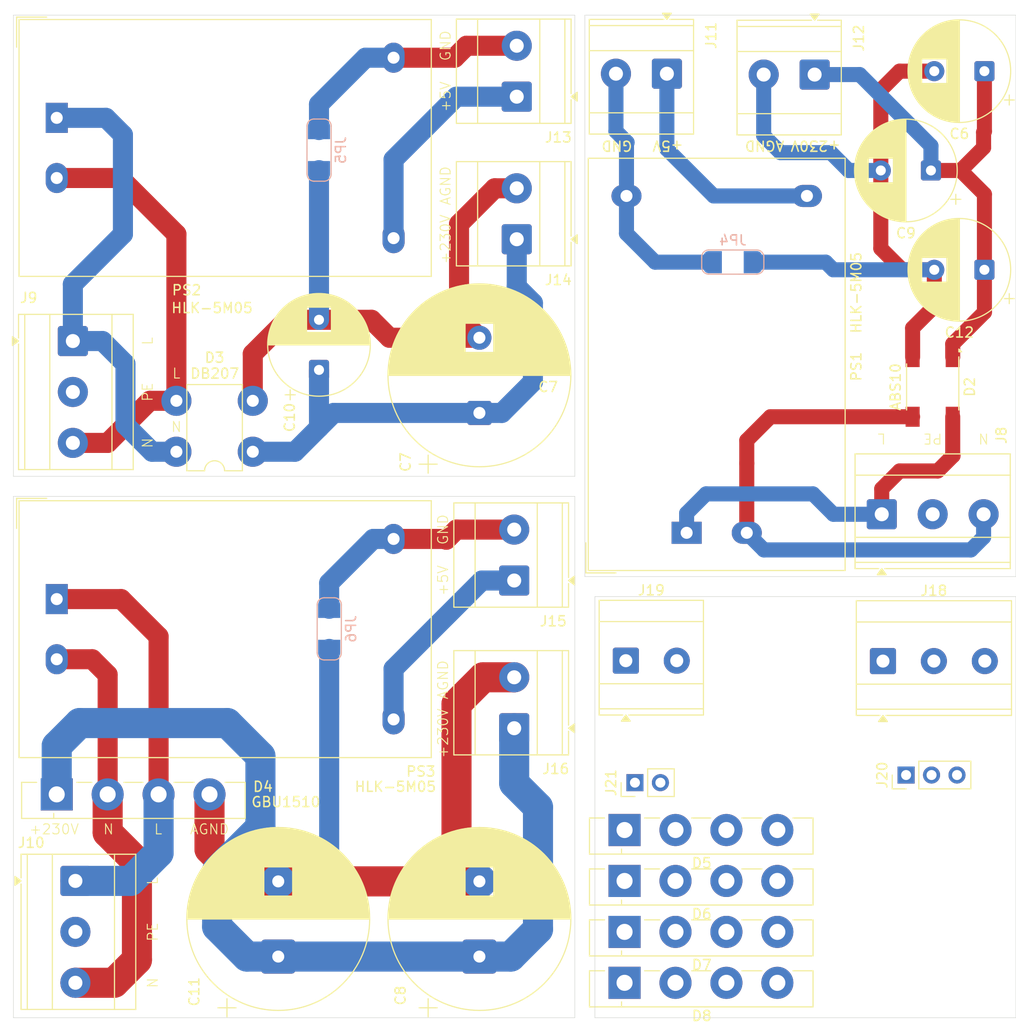
<source format=kicad_pcb>
(kicad_pcb (version 20241229) (generator "pcbnew") (generator_version "9.0")
  (layers (0 "F.Cu" signal) (2 "B.Cu" signal) (13 "F.Paste" user) (15 "B.Paste" user) (5 "F.SilkS" user "F.Silkscreen") (7 "B.SilkS" user "B.Silkscreen") (1 "F.Mask" user) (3 "B.Mask" user) (25 "Edge.Cuts" user))
  (net 0 "")
  (net 1 "/High Voltage/DC1+230V")
  (net 2 "/High Voltage/DC1-230V")
  (net 3 "/High Voltage/DC2-230V")
  (net 4 "/High Voltage/DC2+230V")
  (net 5 "/High Voltage/DC3+230V")
  (net 6 "/High Voltage/DC3-230V")
  (net 7 "/High Voltage/N1")
  (net 8 "/High Voltage/L1")
  (net 9 "/High Voltage/L2")
  (net 10 "/High Voltage/N2")
  (net 11 "/High Voltage/L3")
  (net 12 "/High Voltage/N3")
  (net 13 "/High Voltage/PE1")
  (net 14 "/High Voltage/PE2")
  (net 15 "/High Voltage/PE3")
  (net 16 "/High Voltage/DC1+5V")
  (net 17 "/High Voltage/DC1-GND")
  (net 18 "/High Voltage/DC2+5V")
  (net 19 "/High Voltage/DC2-GND")
  (net 20 "/High Voltage/DC3-GND")
  (net 21 "/High Voltage/DC3+5V")
  (net 22 "Net-(J18-Pin_2)")
  (net 23 "Net-(J18-Pin_3)")
  (net 24 "Net-(J18-Pin_1)")
  (net 25 "Net-(J19-Pin_2)")
  (net 26 "Net-(J19-Pin_1)")
  (footprint "Converter_ACDC:Converter_ACDC_Hi-Link_HLK-5Mxx" (layer "F.Cu") (at 54.3195 50.2455)
    (property "Reference" "PS2" (at 12.9525 17.1865 0) (layer "F.SilkS"))
    (property "Value" "HLK-5M05" (at 15.4925 18.9645 0) (layer "F.SilkS"))
    (pad "1" thru_hole rect (at 0 0) (size 2.2 3) (drill 1.2) (layers "*.Cu" "*.Mask") (net 9 "/High Voltage/L2"))
    (pad "2" thru_hole oval (at 0 6) (size 2.2 3) (drill 1.2) (layers "*.Cu" "*.Mask") (net 10 "/High Voltage/N2"))
    (pad "3" thru_hole oval (at 33.6 -6) (size 2.2 3) (drill 1.2) (layers "*.Cu" "*.Mask") (net 19 "/High Voltage/DC2-GND"))
    (pad "4" thru_hole oval (at 33.6 12) (size 2.2 3) (drill 1.2) (layers "*.Cu" "*.Mask") (net 18 "/High Voltage/DC2+5V"))
  )
  (footprint "TerminalBlock_Phoenix:TerminalBlock_Phoenix_MKDS-3-2-5.08_1x02_P5.08mm_Horizontal" (layer "F.Cu") (at 115.182 45.842 180)
    (property "Reference" "J11" (at -4.414 3.81 90) (layer "F.SilkS"))
    (property "Value" "DC-Output-5V")
    (pad "1" thru_hole roundrect (at 0 0 180) (size 3 3) (drill 1.4) (layers "*.Cu" "*.Mask") (roundrect_rratio 0.096154) (net 16 "/High Voltage/DC1+5V"))
    (pad "2" thru_hole circle (at 5.08 0 180) (size 3 3) (drill 1.4) (layers "*.Cu" "*.Mask") (net 17 "/High Voltage/DC1-GND"))
  )
  (footprint "Connector_PinHeader_2.54mm:PinHeader_1x03_P2.54mm_Vertical" (layer "F.Cu") (at 139.042 115.794 90)
    (property "Reference" "J20" (at 0 -2.38 90) (layer "F.SilkS"))
    (property "Value" "PinHeader")
    (pad "1" thru_hole rect (at 0 0 90) (size 1.7 1.7) (drill 1) (layers "*.Cu" "*.Mask") (net 24 "Net-(J18-Pin_1)"))
    (pad "2" thru_hole circle (at 0 2.54 90) (size 1.7 1.7) (drill 1) (layers "*.Cu" "*.Mask") (net 22 "Net-(J18-Pin_2)"))
    (pad "3" thru_hole circle (at 0 5.08 90) (size 1.7 1.7) (drill 1) (layers "*.Cu" "*.Mask") (net 23 "Net-(J18-Pin_3)"))
  )
  (footprint "Diode_THT:Diode_Bridge_Vishay_GBU" (layer "F.Cu") (at 110.96 121.28)
    (property "Reference" "D5" (at 7.7 3.3 180) (layer "F.SilkS"))
    (property "Value" "GBU1510")
    (pad "1" thru_hole rect (at 0 0) (size 3.2 3.2) (drill 1.6) (layers "*.Cu" "*.Mask"))
    (pad "2" thru_hole circle (at 5.08 0) (size 3.2 3.2) (drill 1.6) (layers "*.Cu" "*.Mask"))
    (pad "3" thru_hole circle (at 10.16 0) (size 3.2 3.2) (drill 1.6) (layers "*.Cu" "*.Mask"))
    (pad "4" thru_hole circle (at 15.24 0) (size 3.2 3.2) (drill 1.6) (layers "*.Cu" "*.Mask"))
  )
  (footprint "TerminalBlock_Phoenix:TerminalBlock_Phoenix_MKDS-3-3-5.08_1x03_P5.08mm_Horizontal" (layer "F.Cu") (at 136.614 89.784)
    (property "Reference" "J8" (at 11.938 -7.874 90) (layer "F.SilkS"))
    (property "Value" "AC-Input-230V")
    (pad "1" thru_hole roundrect (at 0 0) (size 3 3) (drill 1.4) (layers "*.Cu" "*.Mask") (roundrect_rratio 0.096154) (net 8 "/High Voltage/L1"))
    (pad "2" thru_hole circle (at 5.08 0) (size 3 3) (drill 1.4) (layers "*.Cu" "*.Mask") (net 13 "/High Voltage/PE1"))
    (pad "3" thru_hole circle (at 10.16 0) (size 3 3) (drill 1.4) (layers "*.Cu" "*.Mask") (net 7 "/High Voltage/N1"))
  )
  (footprint "TerminalBlock_Phoenix:TerminalBlock_Phoenix_MKDS-3-3-5.08_1x03_P5.08mm_Horizontal" (layer "F.Cu") (at 55.9285 72.507 -90)
    (property "Reference" "J9" (at -4.313 4.4045 180) (layer "F.SilkS"))
    (property "Value" "AC-Input-230V")
    (pad "1" thru_hole roundrect (at 0 0 270) (size 3 3) (drill 1.4) (layers "*.Cu" "*.Mask") (roundrect_rratio 0.096154) (net 9 "/High Voltage/L2"))
    (pad "2" thru_hole circle (at 5.08 0 270) (size 3 3) (drill 1.4) (layers "*.Cu" "*.Mask") (net 14 "/High Voltage/PE2"))
    (pad "3" thru_hole circle (at 10.16 0 270) (size 3 3) (drill 1.4) (layers "*.Cu" "*.Mask") (net 10 "/High Voltage/N2"))
  )
  (footprint "Capacitor_THT:CP_Radial_D10.0mm_P5.00mm" (layer "F.Cu") (at 146.855677 45.588 180)
    (property "Reference" "C6" (at 2.5 -6.25 0) (layer "F.SilkS"))
    (property "Value" "6.8uF")
    (pad "1" thru_hole roundrect (at 0 0 180) (size 2 2) (drill 1) (layers "*.Cu" "*.Mask") (roundrect_rratio 0.125) (net 1 "/High Voltage/DC1+230V"))
    (pad "2" thru_hole circle (at 5 0 180) (size 2 2) (drill 1) (layers "*.Cu" "*.Mask") (net 2 "/High Voltage/DC1-230V"))
  )
  (footprint "TerminalBlock_Phoenix:TerminalBlock_Phoenix_MKDS-3-2-5.08_1x02_P5.08mm_Horizontal" (layer "F.Cu") (at 111.087 104.389)
    (property "Reference" "J19" (at 2.54 -7.02 0) (layer "F.SilkS"))
    (property "Value" "TerminalBlock")
    (pad "1" thru_hole roundrect (at 0 0) (size 2.6 2.6) (drill 1.3) (layers "*.Cu" "*.Mask") (roundrect_rratio 0.096154) (net 26 "Net-(J19-Pin_1)"))
    (pad "2" thru_hole circle (at 5.08 0) (size 2.6 2.6) (drill 1.3) (layers "*.Cu" "*.Mask") (net 25 "Net-(J19-Pin_2)"))
  )
  (footprint "Diode_THT:Diode_Bridge_Vishay_GBU" (layer "F.Cu") (at 54.318 117.724)
    (property "Reference" "D4" (at 20.574 -0.762 0) (layer "F.SilkS"))
    (property "Value" "GBU1510" (at 22.86 0.762 0) (layer "F.SilkS"))
    (pad "1" thru_hole rect (at 0 0) (size 3.2 3.2) (drill 1.6) (layers "*.Cu" "*.Mask") (net 5 "/High Voltage/DC3+230V"))
    (pad "2" thru_hole circle (at 5.08 0) (size 3.2 3.2) (drill 1.6) (layers "*.Cu" "*.Mask") (net 12 "/High Voltage/N3"))
    (pad "3" thru_hole circle (at 10.16 0) (size 3.2 3.2) (drill 1.6) (layers "*.Cu" "*.Mask") (net 11 "/High Voltage/L3"))
    (pad "4" thru_hole circle (at 15.24 0) (size 3.2 3.2) (drill 1.6) (layers "*.Cu" "*.Mask") (net 6 "/High Voltage/DC3-230V"))
  )
  (footprint "Capacitor_THT:CP_Radial_D18.0mm_P7.50mm" (layer "F.Cu") (at 96.482 79.67778 90)
    (property "Reference" "C7" (at 2.59378 6.858 180) (layer "F.SilkS"))
    (property "Value" "100uF")
    (fp_text user "${REFERENCE}" (at -4.89922 -7.366 90) (layer "F.SilkS"))
    (pad "1" thru_hole roundrect (at 0 0 90) (size 2.4 2.4) (drill 1.2) (layers "*.Cu" "*.Mask") (roundrect_rratio 0.104167) (net 4 "/High Voltage/DC2+230V"))
    (pad "2" thru_hole circle (at 7.5 0 90) (size 2.4 2.4) (drill 1.2) (layers "*.Cu" "*.Mask") (net 3 "/High Voltage/DC2-230V"))
  )
  (footprint "Converter_ACDC:Converter_ACDC_Hi-Link_HLK-5Mxx" (layer "F.Cu") (at 54.3195 98.2455)
    (property "Reference" "PS3" (at 36.3205 17.1925 0) (layer "F.SilkS"))
    (property "Value" "HLK-5M05" (at 33.7805 18.7165 0) (layer "F.SilkS"))
    (pad "1" thru_hole rect (at 0 0) (size 2.2 3) (drill 1.2) (layers "*.Cu" "*.Mask") (net 11 "/High Voltage/L3"))
    (pad "2" thru_hole oval (at 0 6) (size 2.2 3) (drill 1.2) (layers "*.Cu" "*.Mask") (net 12 "/High Voltage/N3"))
    (pad "3" thru_hole oval (at 33.6 -6) (size 2.2 3) (drill 1.2) (layers "*.Cu" "*.Mask") (net 20 "/High Voltage/DC3-GND"))
    (pad "4" thru_hole oval (at 33.6 12) (size 2.2 3) (drill 1.2) (layers "*.Cu" "*.Mask") (net 21 "/High Voltage/DC3+5V"))
  )
  (footprint "Diode_THT:Diode_Bridge_Vishay_GBU" (layer "F.Cu") (at 110.96 131.44)
    (property "Reference" "D7" (at 7.7 3.3 180) (layer "F.SilkS"))
    (property "Value" "GBU1510")
    (pad "1" thru_hole rect (at 0 0) (size 3.2 3.2) (drill 1.6) (layers "*.Cu" "*.Mask"))
    (pad "2" thru_hole circle (at 5.08 0) (size 3.2 3.2) (drill 1.6) (layers "*.Cu" "*.Mask"))
    (pad "3" thru_hole circle (at 10.16 0) (size 3.2 3.2) (drill 1.6) (layers "*.Cu" "*.Mask"))
    (pad "4" thru_hole circle (at 15.24 0) (size 3.2 3.2) (drill 1.6) (layers "*.Cu" "*.Mask"))
  )
  (footprint "Diode_THT:Diode_Bridge_Vishay_GBU" (layer "F.Cu") (at 110.96 136.52)
    (property "Reference" "D8" (at 7.7 3.3 180) (layer "F.SilkS"))
    (property "Value" "GBU1510")
    (pad "1" thru_hole rect (at 0 0) (size 3.2 3.2) (drill 1.6) (layers "*.Cu" "*.Mask"))
    (pad "2" thru_hole circle (at 5.08 0) (size 3.2 3.2) (drill 1.6) (layers "*.Cu" "*.Mask"))
    (pad "3" thru_hole circle (at 10.16 0) (size 3.2 3.2) (drill 1.6) (layers "*.Cu" "*.Mask"))
    (pad "4" thru_hole circle (at 15.24 0) (size 3.2 3.2) (drill 1.6) (layers "*.Cu" "*.Mask"))
  )
  (footprint "Capacitor_THT:CP_Radial_D18.0mm_P7.50mm" (layer "F.Cu") (at 76.416 133.90178 90)
    (property "Reference" "C11" (at -3.50722 -8.382 90) (layer "F.SilkS"))
    (property "Value" "100uF")
    (pad "1" thru_hole roundrect (at 0 0 90) (size 3.4 3.4) (drill 1.2) (layers "*.Cu" "*.Mask") (roundrect_rratio 0.104167) (net 5 "/High Voltage/DC3+230V"))
    (pad "2" thru_hole circle (at 7.5 0 90) (size 3.4 3.4) (drill 1.2) (layers "*.Cu" "*.Mask") (net 6 "/High Voltage/DC3-230V"))
  )
  (footprint "TerminalBlock_Phoenix:TerminalBlock_Phoenix_MKDS-3-3-5.08_1x03_P5.08mm_Horizontal" (layer "F.Cu") (at 136.736 104.4295)
    (property "Reference" "J18" (at 5.08 -7.02 0) (layer "F.SilkS"))
    (property "Value" "TerminalBlock")
    (pad "1" thru_hole roundrect (at 0 0) (size 2.6 2.6) (drill 1.3) (layers "*.Cu" "*.Mask") (roundrect_rratio 0.096154) (net 24 "Net-(J18-Pin_1)"))
    (pad "2" thru_hole circle (at 5.08 0) (size 2.6 2.6) (drill 1.3) (layers "*.Cu" "*.Mask") (net 22 "Net-(J18-Pin_2)"))
    (pad "3" thru_hole circle (at 10.16 0) (size 2.6 2.6) (drill 1.3) (layers "*.Cu" "*.Mask") (net 23 "Net-(J18-Pin_3)"))
  )
  (footprint "TerminalBlock_Phoenix:TerminalBlock_Phoenix_MKDS-3-2-5.08_1x02_P5.08mm_Horizontal" (layer "F.Cu") (at 99.9515 96.393 90)
    (property "Reference" "J15" (at -4.059 3.8965 180) (layer "F.SilkS"))
    (property "Value" "DC-Output-5V")
    (pad "1" thru_hole roundrect (at 0 0 90) (size 3 3) (drill 1.4) (layers "*.Cu" "*.Mask") (roundrect_rratio 0.096154) (net 21 "/High Voltage/DC3+5V"))
    (pad "2" thru_hole circle (at 5.08 0 90) (size 3 3) (drill 1.4) (layers "*.Cu" "*.Mask") (net 20 "/High Voltage/DC3-GND"))
  )
  (footprint "Diode_SMD:Diode_Bridge_Diotec_ABS" (layer "F.Cu") (at 141.694 77.084 -90)
    (property "Reference" "D2" (at 0 -3.7 90) (layer "F.SilkS"))
    (property "Value" "ABS10" (at 0 3.7 90) (layer "F.SilkS"))
    (pad "1" smd rect (at -2.975 -2 270) (size 2 1.4) (layers "F.Cu" "F.Mask" "F.Paste") (net 1 "/High Voltage/DC1+230V"))
    (pad "2" smd rect (at -2.975 2 270) (size 2 1.4) (layers "F.Cu" "F.Mask" "F.Paste") (net 2 "/High Voltage/DC1-230V"))
    (pad "3" smd rect (at 2.975 2 270) (size 2 1.4) (layers "F.Cu" "F.Mask" "F.Paste") (net 7 "/High Voltage/N1"))
    (pad "4" smd rect (at 2.975 -2 270) (size 2 1.4) (layers "F.Cu" "F.Mask" "F.Paste") (net 8 "/High Voltage/L1"))
  )
  (footprint "Capacitor_THT:CP_Radial_D18.0mm_P7.50mm" (layer "F.Cu") (at 96.482 133.90178 90)
    (property "Reference" "C8" (at -3.88822 -7.874 90) (layer "F.SilkS"))
    (property "Value" "100uF")
    (pad "1" thru_hole roundrect (at 0 0 90) (size 3.4 3.4) (drill 1.2) (layers "*.Cu" "*.Mask") (roundrect_rratio 0.104167) (net 5 "/High Voltage/DC3+230V"))
    (pad "2" thru_hole circle (at 7.5 0 90) (size 3.4 3.4) (drill 1.2) (layers "*.Cu" "*.Mask") (net 6 "/High Voltage/DC3-230V"))
  )
  (footprint "TerminalBlock_Phoenix:TerminalBlock_Phoenix_MKDS-3-2-5.08_1x02_P5.08mm_Horizontal" (layer "F.Cu") (at 129.919 45.9285 180)
    (property "Reference" "J12" (at -4.409 3.6425 90) (layer "F.SilkS"))
    (property "Value" "DC-Output-230V")
    (pad "1" thru_hole roundrect (at 0 0 180) (size 3 3) (drill 1.4) (layers "*.Cu" "*.Mask") (roundrect_rratio 0.096154) (net 1 "/High Voltage/DC1+230V"))
    (pad "2" thru_hole circle (at 5.08 0 180) (size 3 3) (drill 1.4) (layers "*.Cu" "*.Mask") (net 2 "/High Voltage/DC1-230V"))
  )
  (footprint "TerminalBlock_Phoenix:TerminalBlock_Phoenix_MKDS-3-2-5.08_1x02_P5.08mm_Horizontal" (layer "F.Cu") (at 99.9515 111.125 90)
    (property "Reference" "J16" (at -4.059 4.1505 180) (layer "F.SilkS"))
    (property "Value" "DC-Output-230V")
    (pad "1" thru_hole roundrect (at 0 0 90) (size 3 3) (drill 1.4) (layers "*.Cu" "*.Mask") (roundrect_rratio 0.096154) (net 5 "/High Voltage/DC3+230V"))
    (pad "2" thru_hole circle (at 5.08 0 90) (size 3 3) (drill 1.4) (layers "*.Cu" "*.Mask") (net 6 "/High Voltage/DC3-230V"))
  )
  (footprint "TerminalBlock_Phoenix:TerminalBlock_Phoenix_MKDS-3-2-5.08_1x02_P5.08mm_Horizontal" (layer "F.Cu") (at 100.2055 48.133 90)
    (property "Reference" "J13" (at -4.059 4.1505 180) (layer "F.SilkS"))
    (property "Value" "DC-Output-5V")
    (pad "1" thru_hole roundrect (at 0 0 90) (size 3 3) (drill 1.4) (layers "*.Cu" "*.Mask") (roundrect_rratio 0.096154) (net 18 "/High Voltage/DC2+5V"))
    (pad "2" thru_hole circle (at 5.08 0 90) (size 3 3) (drill 1.4) (layers "*.Cu" "*.Mask") (net 19 "/High Voltage/DC2-GND"))
  )
  (footprint "Capacitor_THT:CP_Radial_D10.0mm_P5.00mm" (layer "F.Cu") (at 146.855677 65.4 180)
    (property "Reference" "C12" (at 2.5 -6.25 0) (layer "F.SilkS"))
    (property "Value" "6.8uF")
    (pad "1" thru_hole roundrect (at 0 0 180) (size 2 2) (drill 1) (layers "*.Cu" "*.Mask") (roundrect_rratio 0.125) (net 1 "/High Voltage/DC1+230V"))
    (pad "2" thru_hole circle (at 5 0 180) (size 2 2) (drill 1) (layers "*.Cu" "*.Mask") (net 2 "/High Voltage/DC1-230V"))
  )
  (footprint "Connector_PinHeader_2.54mm:PinHeader_1x02_P2.54mm_Vertical" (layer "F.Cu") (at 111.996 116.556 90)
    (property "Reference" "J21" (at 0 -2.38 90) (layer "F.SilkS"))
    (property "Value" "PinHeader")
    (pad "1" thru_hole rect (at 0 0 90) (size 1.7 1.7) (drill 1) (layers "*.Cu" "*.Mask") (net 26 "Net-(J19-Pin_1)"))
    (pad "2" thru_hole circle (at 0 2.54 90) (size 1.7 1.7) (drill 1) (layers "*.Cu" "*.Mask") (net 25 "Net-(J19-Pin_2)"))
  )
  (footprint "Diode_THT:Diode_Bridge_DIP-4_W7.62mm_P5.08mm" (layer "F.Cu") (at 73.876 83.548 180)
    (property "Reference" "D3" (at 3.81 9.385 0) (layer "F.SilkS"))
    (property "Value" "DB207" (at 3.8 7.8 0) (layer "F.SilkS"))
    (pad "1" thru_hole oval (at 0 0 180) (size 3 3) (drill 1.2) (layers "*.Cu" "*.Mask") (net 4 "/High Voltage/DC2+230V"))
    (pad "2" thru_hole oval (at 0 5.08 180) (size 3 3) (drill 1.2) (layers "*.Cu" "*.Mask") (net 3 "/High Voltage/DC2-230V"))
    (pad "3" thru_hole oval (at 7.62 5.08 180) (size 3 3) (drill 1.2) (layers "*.Cu" "*.Mask") (net 10 "/High Voltage/N2"))
    (pad "4" thru_hole oval (at 7.62 0 180) (size 3 3) (drill 1.2) (layers "*.Cu" "*.Mask") (net 9 "/High Voltage/L2"))
  )
  (footprint "Capacitor_THT:CP_Radial_D10.0mm_P5.00mm" (layer "F.Cu") (at 80.48 75.387677 90)
    (property "Reference" "C10" (at -4.744323 -2.921 90) (layer "F.SilkS"))
    (property "Value" "6.8uF")
    (pad "1" thru_hole roundrect (at 0 0 90) (size 2 2) (drill 1) (layers "*.Cu" "*.Mask") (roundrect_rratio 0.125) (net 4 "/High Voltage/DC2+230V"))
    (pad "2" thru_hole circle (at 5 0 90) (size 2 2) (drill 1) (layers "*.Cu" "*.Mask") (net 3 "/High Voltage/DC2-230V"))
  )
  (footprint "TerminalBlock_Phoenix:TerminalBlock_Phoenix_MKDS-3-3-5.08_1x03_P5.08mm_Horizontal" (layer "F.Cu") (at 56.1825 126.355 -90)
    (property "Reference" "J10" (at -3.805 4.4045 180) (layer "F.SilkS"))
    (property "Value" "AC-Input-230V")
    (pad "1" thru_hole roundrect (at 0 0 270) (size 3 3) (drill 1.4) (layers "*.Cu" "*.Mask") (roundrect_rratio 0.096154) (net 11 "/High Voltage/L3"))
    (pad "2" thru_hole circle (at 5.08 0 270) (size 3 3) (drill 1.4) (layers "*.Cu" "*.Mask") (net 15 "/High Voltage/PE3"))
    (pad "3" thru_hole circle (at 10.16 0 270) (size 3 3) (drill 1.4) (layers "*.Cu" "*.Mask") (net 12 "/High Voltage/N3"))
  )
  (footprint "TerminalBlock_Phoenix:TerminalBlock_Phoenix_MKDS-3-2-5.08_1x02_P5.08mm_Horizontal" (layer "F.Cu") (at 100.2055 62.352 90)
    (property "Reference" "J14" (at -4.064 4.1505 180) (layer "F.SilkS"))
    (property "Value" "DC-Output-230V")
    (pad "1" thru_hole roundrect (at 0 0 90) (size 3 3) (drill 1.4) (layers "*.Cu" "*.Mask") (roundrect_rratio 0.096154) (net 4 "/High Voltage/DC2+230V"))
    (pad "2" thru_hole circle (at 5.08 0 90) (size 3 3) (drill 1.4) (layers "*.Cu" "*.Mask") (net 3 "/High Voltage/DC2-230V"))
  )
  (footprint "Capacitor_THT:CP_Radial_D10.0mm_P5.00mm" (layer "F.Cu") (at 141.521677 55.494 180)
    (property "Reference" "C9" (at 2.5 -6.25 0) (layer "F.SilkS"))
    (property "Value" "6.8uF")
    (pad "1" thru_hole roundrect (at 0 0 180) (size 2 2) (drill 1) (layers "*.Cu" "*.Mask") (roundrect_rratio 0.125) (net 1 "/High Voltage/DC1+230V"))
    (pad "2" thru_hole circle (at 5 0 180) (size 2 2) (drill 1) (layers "*.Cu" "*.Mask") (net 2 "/High Voltage/DC1-230V"))
  )
  (footprint "Converter_ACDC:Converter_ACDC_Hi-Link_HLK-5Mxx" (layer "F.Cu") (at 117.152 91.634 90)
    (property "Reference" "PS1" (at 16.582 16.922 90) (layer "F.SilkS"))
    (property "Value" "HLK-5M05" (at 23.948 16.922 90) (layer "F.SilkS"))
    (pad "1" thru_hole rect (at 0 0 90) (size 2.2 3) (drill 1.2) (layers "*.Cu" "*.Mask") (net 8 "/High Voltage/L1"))
    (pad "2" thru_hole oval (at 0 6 90) (size 2.2 3) (drill 1.2) (layers "*.Cu" "*.Mask") (net 7 "/High Voltage/N1"))
    (pad "3" thru_hole oval (at 33.6 -6 90) (size 2.2 3) (drill 1.2) (layers "*.Cu" "*.Mask") (net 17 "/High Voltage/DC1-GND"))
    (pad "4" thru_hole oval (at 33.6 12 90) (size 2.2 3) (drill 1.2) (layers "*.Cu" "*.Mask") (net 16 "/High Voltage/DC1+5V"))
  )
  (footprint "Diode_THT:Diode_Bridge_Vishay_GBU" (layer "F.Cu") (at 110.96 126.36)
    (property "Reference" "D6" (at 7.7 3.3 180) (layer "F.SilkS"))
    (property "Value" "GBU1510")
    (pad "1" thru_hole rect (at 0 0) (size 3.2 3.2) (drill 1.6) (layers "*.Cu" "*.Mask"))
    (pad "2" thru_hole circle (at 5.08 0) (size 3.2 3.2) (drill 1.6) (layers "*.Cu" "*.Mask"))
    (pad "3" thru_hole circle (at 10.16 0) (size 3.2 3.2) (drill 1.6) (layers "*.Cu" "*.Mask"))
    (pad "4" thru_hole circle (at 15.24 0) (size 3.2 3.2) (drill 1.6) (layers "*.Cu" "*.Mask"))
  )
  (footprint "zhaw:SolderJumper-2" (layer "B.Cu") (at 80.48 53.462 90)
    (property "Reference" "JP5" (at -0.01 2.18 270) (layer "B.SilkS") (effects (justify mirror)))
    (property "Value" "Jump-")
    (pad "1" smd custom (at -2 0 90) (size 1.82 1.2) (layers "B.Cu" "B.Mask") (net 3 "/High Voltage/DC2-230V") (options (clearance outline) (anchor rect)) (primitives (gr_circle (center -0.4125 -0.6) (end -0.4125 -1.1) (width 0) (fill yes)) (gr_circle (center -0.4125 0.6) (end -0.4125 1.1) (width 0) (fill yes)) (gr_poly (pts (xy 0.91 -1.1) (xy -0.4 -1.1) (xy -0.4 1.1) (xy 0.91 1.1)) (width 0) (fill yes))))
    (pad "2" smd custom (at 2 0 90) (size 1.82 1.2) (layers "B.Cu" "B.Mask") (net 19 "/High Voltage/DC2-GND") (options (clearance outline) (anchor rect)) (primitives (gr_circle (center 0.41 0.6) (end 0.91 0.6) (width 0) (fill yes)) (gr_circle (center 0.41 -0.6) (end 0.91 -0.6) (width 0) (fill yes)) (gr_poly (pts (xy 0.41 -1.1) (xy -0.91 -1.1) (xy -0.91 1.1) (xy 0.41 1.1)) (width 0) (fill yes))))
  )
  (footprint "zhaw:SolderJumper-2" (layer "B.Cu") (at 121.755 64.638 180)
    (property "Reference" "JP4" (at -0.01 2.18 0) (layer "B.SilkS") (effects (justify mirror)))
    (property "Value" "Jump-")
    (pad "1" smd custom (at -2 0 180) (size 1.82 1.2) (layers "B.Cu" "B.Mask") (net 2 "/High Voltage/DC1-230V") (options (clearance outline) (anchor rect)) (primitives (gr_circle (center -0.4125 -0.6) (end -0.4125 -1.1) (width 0) (fill yes)) (gr_circle (center -0.4125 0.6) (end -0.4125 1.1) (width 0) (fill yes)) (gr_poly (pts (xy 0.91 -1.1) (xy -0.4 -1.1) (xy -0.4 1.1) (xy 0.91 1.1)) (width 0) (fill yes))))
    (pad "2" smd custom (at 2 0 180) (size 1.82 1.2) (layers "B.Cu" "B.Mask") (net 17 "/High Voltage/DC1-GND") (options (clearance outline) (anchor rect)) (primitives (gr_circle (center 0.41 0.6) (end 0.91 0.6) (width 0) (fill yes)) (gr_circle (center 0.41 -0.6) (end 0.91 -0.6) (width 0) (fill yes)) (gr_poly (pts (xy 0.41 -1.1) (xy -0.91 -1.1) (xy -0.91 1.1) (xy 0.41 1.1)) (width 0) (fill yes))))
  )
  (footprint "zhaw:SolderJumper-2" (layer "B.Cu") (at 81.496 101.214 90)
    (property "Reference" "JP6" (at -0.01 2.18 270) (layer "B.SilkS") (effects (justify mirror)))
    (property "Value" "Jump-")
    (pad "1" smd custom (at -2 0 90) (size 1.82 1.2) (layers "B.Cu" "B.Mask") (net 6 "/High Voltage/DC3-230V") (options (clearance outline) (anchor rect)) (primitives (gr_circle (center -0.4125 -0.6) (end -0.4125 -1.1) (width 0) (fill yes)) (gr_circle (center -0.4125 0.6) (end -0.4125 1.1) (width 0) (fill yes)) (gr_poly (pts (xy 0.91 -1.1) (xy -0.4 -1.1) (xy -0.4 1.1) (xy 0.91 1.1)) (width 0) (fill yes))))
    (pad "2" smd custom (at 2 0 90) (size 1.82 1.2) (layers "B.Cu" "B.Mask") (net 20 "/High Voltage/DC3-GND") (options (clearance outline) (anchor rect)) (primitives (gr_circle (center 0.41 0.6) (end 0.91 0.6) (width 0) (fill yes)) (gr_circle (center 0.41 -0.6) (end 0.91 -0.6) (width 0) (fill yes)) (gr_poly (pts (xy 0.41 -1.1) (xy -0.91 -1.1) (xy -0.91 1.1) (xy 0.41 1.1)) (width 0) (fill yes))))
  )
  (gr_line (start 107 96) (end 150 96) (stroke (width 0.05)) (layer "Edge.Cuts"))
  (gr_line (start 50 40) (end 106 40) (stroke (width 0.05)) (layer "Edge.Cuts"))
  (gr_line (start 108 98) (end 108 140) (stroke (width 0.05)) (layer "Edge.Cuts"))
  (gr_line (start 150 40) (end 150 96) (stroke (width 0.05)) (layer "Edge.Cuts"))
  (gr_line (start 50 140) (end 50 88) (stroke (width 0.05)) (layer "Edge.Cuts"))
  (gr_line (start 107 40) (end 107 96) (stroke (width 0.05)) (layer "Edge.Cuts"))
  (gr_line (start 108 140) (end 150 140) (stroke (width 0.05)) (layer "Edge.Cuts"))
  (gr_line (start 106 86) (end 50 86) (stroke (width 0.05)) (layer "Edge.Cuts"))
  (gr_line (start 107 40) (end 150 40) (stroke (width 0.05)) (layer "Edge.Cuts"))
  (gr_line (start 106 140) (end 50 140) (stroke (width 0.05)) (layer "Edge.Cuts"))
  (gr_line (start 150 140) (end 150 98) (stroke (width 0.05)) (layer "Edge.Cuts"))
  (gr_line (start 106 88) (end 50 88) (stroke (width 0.05)) (layer "Edge.Cuts"))
  (gr_line (start 106 40) (end 106 86) (stroke (width 0.05)) (layer "Edge.Cuts"))
  (gr_line (start 150 98) (end 108 98) (stroke (width 0.05)) (layer "Edge.Cuts"))
  (gr_line (start 106 88) (end 106 140) (stroke (width 0.05)) (layer "Edge.Cuts"))
  (gr_line (start 50 86) (end 50 40) (stroke (width 0.05)) (layer "Edge.Cuts"))
  (gr_text "N" (at 58.89 121.788 0) (layer "F.SilkS") (effects (font (size 1 1) (thickness 0.1)) (justify left bottom)))
  (gr_text "PE" (at 64.478 131.44 90) (layer "F.SilkS") (effects (font (size 1 1) (thickness 0.1)) (justify bottom)))
  (gr_text "+230V" (at 54.064 121.788 0) (layer "F.SilkS") (effects (font (size 1 1) (thickness 0.1)) (justify bottom)))
  (gr_text "AGND" (at 124.93 52.446 180) (layer "F.SilkS") (effects (font (size 1 1)) (justify bottom)))
  (gr_text "L" (at 63.97 121.788 0) (layer "F.SilkS") (effects (font (size 1 1) (thickness 0.1)) (justify left bottom)))
  (gr_text "GND" (at 110.198 52.446 180) (layer "F.SilkS") (effects (font (size 1 1)) (justify bottom)))
  (gr_text "+230V" (at 130.01 52.446 180) (layer "F.SilkS") (effects (font (size 1 1)) (justify bottom)))
  (gr_text "L" (at 136.614 81.656 180) (layer "F.SilkS") (effects (font (size 1 1) (thickness 0.1)) (justify bottom)))
  (gr_text "N" (at 66.256 81.656 0) (layer "F.SilkS") (effects (font (size 1 1) (thickness 0.1)) (justify bottom)))
  (gr_text "N" (at 146.774 81.656 180) (layer "F.SilkS") (effects (font (size 1 1) (thickness 0.1)) (justify bottom)))
  (gr_text "N" (at 63.97 82.672 90) (layer "F.SilkS") (effects (font (size 1 1) (thickness 0.1)) (justify bottom)))
  (gr_text "GND" (at 93.688 43.048 90) (layer "F.SilkS") (effects (font (size 1 1) (thickness 0.1)) (justify bottom)))
  (gr_text "PE" (at 141.694 81.656 180) (layer "F.SilkS") (effects (font (size 1 1) (thickness 0.1)) (justify bottom)))
  (gr_text "N" (at 64.478 136.52 90) (layer "F.SilkS") (effects (font (size 1 1) (thickness 0.1)) (justify bottom)))
  (gr_text "+230V" (at 93.434 111.628 90) (layer "F.SilkS") (effects (font (size 1 1) (thickness 0.1)) (justify bottom)))
  (gr_text "L" (at 64.478 126.36 90) (layer "F.SilkS") (effects (font (size 1 1) (thickness 0.1)) (justify bottom)))
  (gr_text "AGND" (at 93.434 106.294 90) (layer "F.SilkS") (effects (font (size 1 1) (thickness 0.1)) (justify bottom)))
  (gr_text "L" (at 63.97 72.512 90) (layer "F.SilkS") (effects (font (size 1 1) (thickness 0.1)) (justify bottom)))
  (gr_text "L" (at 66.256 76.322 0) (layer "F.SilkS") (effects (font (size 1 1) (thickness 0.1)) (justify bottom)))
  (gr_text "PE" (at 63.97 77.592 90) (layer "F.SilkS") (effects (font (size 1 1) (thickness 0.1)) (justify bottom)))
  (gr_text "GND" (at 93.434 91.308 90) (layer "F.SilkS") (effects (font (size 1 1) (thickness 0.1)) (justify bottom)))
  (gr_text "+5V" (at 93.434 96.388 90) (layer "F.SilkS") (effects (font (size 1 1) (thickness 0.1)) (justify bottom)))
  (gr_text "+230V" (at 93.688 62.352 90) (layer "F.SilkS") (effects (font (size 1 1) (thickness 0.1)) (justify bottom)))
  (gr_text "AGND" (at 69.558 121.788 0) (layer "F.SilkS") (effects (font (size 1 1) (thickness 0.1)) (justify bottom)))
  (gr_text "+5V" (at 115.278 52.446 180) (layer "F.SilkS") (effects (font (size 1 1)) (justify bottom)))
  (gr_text "AGND" (at 93.688 57.018 90) (layer "F.SilkS") (effects (font (size 1 1) (thickness 0.1)) (justify bottom)))
  (gr_text "+5V" (at 93.688 48.128 90) (layer "F.SilkS") (effects (font (size 1 1) (thickness 0.1)) (justify bottom)))
  (segment (start 146.774 51.684) (end 146.855677 51.602323) (width 1.5) (layer "F.Cu") (net 1))
  (segment (start 146.774 53.208) (end 146.774 51.684) (width 1.5) (layer "F.Cu") (net 1))
  (segment (start 146.855677 51.602323) (end 146.855677 45.588) (width 1.5) (layer "F.Cu") (net 1))
  (segment (start 144.488 55.494) (end 146.774 53.208) (width 1.5) (layer "F.Cu") (net 1))
  (segment (start 143.694 72.798) (end 146.855677 69.636323) (width 1.5) (layer "F.Cu") (net 1))
  (segment (start 143.694 74.109) (end 143.694 72.798) (width 1.5) (layer "F.Cu") (net 1))
  (segment (start 146.855677 65.4) (end 146.855677 57.861677) (width 1.5) (layer "F.Cu") (net 1))
  (segment (start 146.855677 69.636323) (end 146.855677 65.4) (width 1.5) (layer "F.Cu") (net 1))
  (segment (start 146.855677 57.861677) (end 144.488 55.494) (width 1.5) (layer "F.Cu") (net 1))
  (segment (start 141.521677 55.494) (end 144.488 55.494) (width 1.5) (layer "F.Cu") (net 1))
  (segment (start 134.4145 45.9285) (end 129.919 45.9285) (width 1.5) (layer "B.Cu") (net 1))
  (segment (start 141.521677 53.035677) (end 134.4145 45.9285) (width 1.5) (layer "B.Cu") (net 1))
  (segment (start 141.521677 55.494) (end 141.521677 53.035677) (width 1.5) (layer "B.Cu") (net 1))
  (segment (start 136.521677 63.275677) (end 138.646 65.4) (width 1.5) (layer "F.Cu") (net 2))
  (segment (start 136.521677 55.494) (end 136.521677 47.458323) (width 1.5) (layer "F.Cu") (net 2))
  (segment (start 138.392 45.588) (end 141.855677 45.588) (width 1.5) (layer "F.Cu") (net 2))
  (segment (start 139.694 74.109) (end 139.694 71.21) (width 1.5) (layer "F.Cu") (net 2))
  (segment (start 136.521677 55.494) (end 136.521677 63.275677) (width 1.5) (layer "F.Cu") (net 2))
  (segment (start 141.855677 69.048323) (end 141.855677 65.4) (width 1.5) (layer "F.Cu") (net 2))
  (segment (start 139.694 71.21) (end 141.855677 69.048323) (width 1.5) (layer "F.Cu") (net 2))
  (segment (start 136.521677 47.458323) (end 138.392 45.588) (width 1.5) (layer "F.Cu") (net 2))
  (segment (start 138.646 65.4) (end 141.855677 65.4) (width 1.5) (layer "F.Cu") (net 2))
  (segment (start 133.312 55.494) (end 131.534 53.716) (width 1.5) (layer "B.Cu") (net 2))
  (segment (start 131.026 64.638) (end 131.788 65.4) (width 1.5) (layer "B.Cu") (net 2))
  (segment (start 126.526 53.716) (end 124.839 52.029) (width 1.5) (layer "B.Cu") (net 2))
  (segment (start 131.534 53.716) (end 126.526 53.716) (width 1.5) (layer "B.Cu") (net 2))
  (segment (start 123.755 64.638) (end 131.026 64.638) (width 1.5) (layer "B.Cu") (net 2))
  (segment (start 124.839 52.029) (end 124.839 45.9285) (width 1.5) (layer "B.Cu") (net 2))
  (segment (start 136.521677 55.494) (end 133.312 55.494) (width 1.5) (layer "B.Cu") (net 2))
  (segment (start 131.788 65.4) (end 141.855677 65.4) (width 1.5) (layer "B.Cu") (net 2))
  (segment (start 77.270323 70.387677) (end 80.48 70.387677) (width 2) (layer "F.Cu") (net 3))
  (segment (start 98.006 57.272) (end 94.45 60.828) (width 2) (layer "F.Cu") (net 3))
  (segment (start 73.876 73.782) (end 77.270323 70.387677) (width 2) (layer "F.Cu") (net 3))
  (segment (start 100.2055 57.272) (end 98.006 57.272) (width 2) (layer "F.Cu") (net 3))
  (segment (start 73.876 78.468) (end 73.876 73.782) (width 2) (layer "F.Cu") (net 3))
  (segment (start 94.45 70.14578) (end 96.482 72.17778) (width 2) (layer "F.Cu") (net 3))
  (segment (start 85.721677 70.387677) (end 87.51178 72.17778) (width 2) (layer "F.Cu") (net 3))
  (segment (start 94.45 60.828) (end 94.45 70.14578) (width 2) (layer "F.Cu") (net 3))
  (segment (start 80.48 70.387677) (end 85.721677 70.387677) (width 2) (layer "F.Cu") (net 3))
  (segment (start 87.51178 72.17778) (end 96.482 72.17778) (width 2) (layer "F.Cu") (net 3))
  (segment (start 80.48 55.462) (end 80.48 70.387677) (width 2) (layer "B.Cu") (net 3))
  (segment (start 81.95022 79.67778) (end 80.48 81.148) (width 2) (layer "B.Cu") (net 4))
  (segment (start 73.876 83.548) (end 78.08 83.548) (width 2) (layer "B.Cu") (net 4))
  (segment (start 98.71422 79.67778) (end 101.816 76.576) (width 2) (layer "B.Cu") (net 4))
  (segment (start 96.482 79.67778) (end 81.95022 79.67778) (width 2) (layer "B.Cu") (net 4))
  (segment (start 101.816 68.702) (end 100.2055 67.0915) (width 2) (layer "B.Cu") (net 4))
  (segment (start 96.482 79.67778) (end 98.71422 79.67778) (width 2) (layer "B.Cu") (net 4))
  (segment (start 78.08 83.548) (end 80.48 81.148) (width 2) (layer "B.Cu") (net 4))
  (segment (start 80.48 81.148) (end 80.48 75.387677) (width 2) (layer "B.Cu") (net 4))
  (segment (start 101.816 76.576) (end 101.816 68.702) (width 2) (layer "B.Cu") (net 4))
  (segment (start 100.2055 67.0915) (end 100.2055 62.352) (width 2) (layer "B.Cu") (net 4))
  (segment (start 99.60822 133.90178) (end 96.482 133.90178) (width 3) (layer "B.Cu") (net 5))
  (segment (start 102.324 118.994) (end 102.324 131.186) (width 3) (layer "B.Cu") (net 5))
  (segment (start 102.324 131.186) (end 99.60822 133.90178) (width 3) (layer "B.Cu") (net 5))
  (segment (start 99.9515 111.125) (end 99.9515 116.6215) (width 3) (layer "B.Cu") (net 5))
  (segment (start 70.32 130.932) (end 73.28978 133.90178) (width 3) (layer "B.Cu") (net 5))
  (segment (start 74.638 113.914) (end 74.638 121.026) (width 3) (layer "B.Cu") (net 5))
  (segment (start 73.28978 133.90178) (end 76.416 133.90178) (width 3) (layer "B.Cu") (net 5))
  (segment (start 70.32 125.344) (end 70.32 130.932) (width 3) (layer "B.Cu") (net 5))
  (segment (start 99.9515 116.6215) (end 102.324 118.994) (width 3) (layer "B.Cu") (net 5))
  (segment (start 71.336 110.612) (end 74.638 113.914) (width 3) (layer "B.Cu") (net 5))
  (segment (start 96.482 133.90178) (end 76.416 133.90178) (width 3) (layer "B.Cu") (net 5))
  (segment (start 54.318 117.724) (end 54.318 112.898) (width 3) (layer "B.Cu") (net 5))
  (segment (start 74.638 121.026) (end 70.32 125.344) (width 3) (layer "B.Cu") (net 5))
  (segment (start 54.318 112.898) (end 56.604 110.612) (width 3) (layer "B.Cu") (net 5))
  (segment (start 56.604 110.612) (end 71.336 110.612) (width 3) (layer "B.Cu") (net 5))
  (segment (start 72.77478 126.40178) (end 76.416 126.40178) (width 3) (layer "F.Cu") (net 6))
  (segment (start 76.416 126.40178) (end 96.482 126.40178) (width 3) (layer "F.Cu") (net 6))
  (segment (start 96.858 106.045) (end 94.196 108.707) (width 3) (layer "F.Cu") (net 6))
  (segment (start 94.196 108.707) (end 94.196 124.11578) (width 3) (layer "F.Cu") (net 6))
  (segment (start 69.558 117.724) (end 69.558 123.185) (width 3) (layer "F.Cu") (net 6))
  (segment (start 99.9515 106.045) (end 96.858 106.045) (width 3) (layer "F.Cu") (net 6))
  (segment (start 69.558 123.185) (end 72.77478 126.40178) (width 3) (layer "F.Cu") (net 6))
  (segment (start 94.196 124.11578) (end 96.482 126.40178) (width 3) (layer "F.Cu") (net 6))
  (segment (start 81.496 124.836) (end 81.496 103.214) (width 2) (layer "B.Cu") (net 6))
  (segment (start 76.416 126.40178) (end 79.93022 126.40178) (width 2) (layer "B.Cu") (net 6))
  (segment (start 79.93022 126.40178) (end 81.496 124.836) (width 2) (layer "B.Cu") (net 6))
  (segment (start 125.511 80.059) (end 139.694 80.059) (width 1.5) (layer "F.Cu") (net 7))
  (segment (start 123.152 84.704) (end 123.152 82.418) (width 1.5) (layer "F.Cu") (net 7))
  (segment (start 123.152 91.634) (end 123.152 84.704) (width 1.5) (layer "F.Cu") (net 7))
  (segment (start 123.152 82.418) (end 125.511 80.059) (width 1.5) (layer "F.Cu") (net 7))
  (segment (start 146.774 89.784) (end 146.774 92.07) (width 1.5) (layer "B.Cu") (net 7))
  (segment (start 146.774 92.07) (end 145.504 93.34) (width 1.5) (layer "B.Cu") (net 7))
  (segment (start 124.858 93.34) (end 123.152 91.634) (width 1.5) (layer "B.Cu") (net 7))
  (segment (start 145.504 93.34) (end 124.858 93.34) (width 1.5) (layer "B.Cu") (net 7))
  (segment (start 136.614 89.784) (end 136.614 87.244) (width 1.5) (layer "F.Cu") (net 8))
  (segment (start 136.614 87.244) (end 138.392 85.466) (width 1.5) (layer "F.Cu") (net 8))
  (segment (start 143.694 83.91) (end 143.694 80.059) (width 1.5) (layer "F.Cu") (net 8))
  (segment (start 142.202 85.466) (end 143.726 83.942) (width 1.5) (layer "F.Cu") (net 8))
  (segment (start 138.392 85.466) (end 142.202 85.466) (width 1.5) (layer "F.Cu") (net 8))
  (segment (start 143.726 83.942) (end 143.694 83.91) (width 1.5) (layer "F.Cu") (net 8))
  (segment (start 131.788 89.784) (end 129.756 87.752) (width 1.5) (layer "B.Cu") (net 8))
  (segment (start 129.756 87.752) (end 119.088 87.752) (width 1.5) (layer "B.Cu") (net 8))
  (segment (start 117.152 89.688) (end 117.152 91.634) (width 1.5) (layer "B.Cu") (net 8))
  (segment (start 119.088 87.752) (end 117.152 89.688) (width 1.5) (layer "B.Cu") (net 8))
  (segment (start 136.614 89.784) (end 131.788 89.784) (width 1.5) (layer "B.Cu") (net 8))
  (segment (start 58.885 72.507) (end 55.9285 72.507) (width 2) (layer "B.Cu") (net 9))
  (segment (start 55.9285 72.507) (end 55.9285 66.8375) (width 2) (layer "B.Cu") (net 9))
  (segment (start 61.176 74.798) (end 58.885 72.507) (width 2) (layer "B.Cu") (net 9))
  (segment (start 66.256 83.548) (end 63.83 83.548) (width 2) (layer "B.Cu") (net 9))
  (segment (start 55.9285 66.8375) (end 60.922 61.844) (width 2) (layer "B.Cu") (net 9))
  (segment (start 61.176 80.894) (end 61.176 74.798) (width 2) (layer "B.Cu") (net 9))
  (segment (start 59.2295 50.2455) (end 54.3195 50.2455) (width 2) (layer "B.Cu") (net 9))
  (segment (start 60.922 51.938) (end 59.2295 50.2455) (width 2) (layer "B.Cu") (net 9))
  (segment (start 60.922 61.844) (end 60.922 51.938) (width 2) (layer "B.Cu") (net 9))
  (segment (start 63.83 83.548) (end 61.176 80.894) (width 2) (layer "B.Cu") (net 9))
  (segment (start 54.3195 56.2455) (end 60.6575 56.2455) (width 2) (layer "F.Cu") (net 10))
  (segment (start 66.256 61.844) (end 66.256 78.468) (width 2) (layer "F.Cu") (net 10))
  (segment (start 63.602 78.468) (end 66.256 78.468) (width 2) (layer "F.Cu") (net 10))
  (segment (start 60.6575 56.2455) (end 66.256 61.844) (width 2) (layer "F.Cu") (net 10))
  (segment (start 59.403 82.667) (end 63.602 78.468) (width 2) (layer "F.Cu") (net 10))
  (segment (start 55.9285 82.667) (end 59.403 82.667) (width 2) (layer "F.Cu") (net 10))
  (segment (start 60.7475 98.2455) (end 64.478 101.976) (width 2) (layer "F.Cu") (net 11))
  (segment (start 54.3195 98.2455) (end 60.7475 98.2455) (width 2) (layer "F.Cu") (net 11))
  (segment (start 64.478 101.976) (end 64.478 117.724) (width 2) (layer "F.Cu") (net 11))
  (segment (start 56.1825 126.355) (end 61.689 126.355) (width 3) (layer "B.Cu") (net 11))
  (segment (start 64.478 123.566) (end 64.478 117.724) (width 3) (layer "B.Cu") (net 11))
  (segment (start 61.689 126.355) (end 64.478 123.566) (width 3) (layer "B.Cu") (net 11))
  (segment (start 59.398 121.534) (end 59.398 117.724) (width 3) (layer "F.Cu") (net 12))
  (segment (start 62.319 124.455) (end 59.398 121.534) (width 3) (layer "F.Cu") (net 12))
  (segment (start 62.319 134.234) (end 62.319 124.455) (width 3) (layer "F.Cu") (net 12))
  (segment (start 56.1825 136.515) (end 60.038 136.515) (width 3) (layer "F.Cu") (net 12))
  (segment (start 59.398 105.786) (end 57.8575 104.2455) (width 2) (layer "F.Cu") (net 12))
  (segment (start 57.8575 104.2455) (end 54.3195 104.2455) (width 2) (layer "F.Cu") (net 12))
  (segment (start 59.398 117.724) (end 59.398 105.786) (width 2) (layer "F.Cu") (net 12))
  (segment (start 60.038 136.515) (end 62.319 134.234) (width 3) (layer "F.Cu") (net 12))
  (segment (start 115.182 45.842) (end 115.182 53.366) (width 1.5) (layer "B.Cu") (net 16))
  (segment (start 119.85 58.034) (end 129.152 58.034) (width 1.5) (layer "B.Cu") (net 16))
  (segment (start 115.182 53.366) (end 119.85 58.034) (width 1.5) (layer "B.Cu") (net 16))
  (segment (start 114.008 64.638) (end 111.152 61.782) (width 1.5) (layer "B.Cu") (net 17))
  (segment (start 111.214 52.7) (end 111.152 52.762) (width 1.5) (layer "B.Cu") (net 17))
  (segment (start 110.102 45.842) (end 110.102 51.588) (width 1.5) (layer "B.Cu") (net 17))
  (segment (start 110.102 51.588) (end 111.214 52.7) (width 1.5) (layer "B.Cu") (net 17))
  (segment (start 111.152 61.782) (end 111.152 58.034) (width 1.5) (layer "B.Cu") (net 17))
  (segment (start 111.152 52.762) (end 111.152 58.034) (width 1.5) (layer "B.Cu") (net 17))
  (segment (start 119.755 64.638) (end 114.008 64.638) (width 1.5) (layer "B.Cu") (net 17))
  (segment (start 94.191 48.133) (end 87.9195 54.4045) (width 2) (layer "B.Cu") (net 18))
  (segment (start 100.2055 48.133) (end 94.191 48.133) (width 2) (layer "B.Cu") (net 18))
  (segment (start 87.9195 54.4045) (end 87.9195 62.2455) (width 2) (layer "B.Cu") (net 18))
  (segment (start 95.212 43.048) (end 95.217 43.053) (width 2) (layer "F.Cu") (net 19))
  (segment (start 95.217 43.053) (end 100.2055 43.053) (width 2) (layer "F.Cu") (net 19))
  (segment (start 94.0145 44.2455) (end 95.212 43.048) (width 2) (layer "F.Cu") (net 19))
  (segment (start 87.9195 44.2455) (end 94.0145 44.2455) (width 2) (layer "F.Cu") (net 19))
  (segment (start 85.1245 44.2455) (end 80.48 48.89) (width 2) (layer "B.Cu") (net 19))
  (segment (start 87.9195 44.2455) (end 85.1245 44.2455) (width 2) (layer "B.Cu") (net 19))
  (segment (start 80.48 48.89) (end 80.48 51.462) (width 2) (layer "B.Cu") (net 19))
  (segment (start 93.1015 92.2455) (end 87.9195 92.2455) (width 2) (layer "F.Cu") (net 20))
  (segment (start 93.18 92.324) (end 93.1015 92.2455) (width 2) (layer "F.Cu") (net 20))
  (segment (start 94.191 91.313) (end 93.18 92.324) (width 2) (layer "F.Cu") (net 20))
  (segment (start 99.9515 91.313) (end 94.191 91.313) (width 2) (layer "F.Cu") (net 20))
  (segment (start 87.9195 92.2455) (end 85.8925 92.2455) (width 2) (layer "B.Cu") (net 20))
  (segment (start 81.496 96.642) (end 81.496 99.214) (width 2) (layer "B.Cu") (net 20))
  (segment (start 85.8925 92.2455) (end 81.496 96.642) (width 2) (layer "B.Cu") (net 20))
  (segment (start 99.9515 96.393) (end 96.731 96.393) (width 2) (layer "B.Cu") (net 21))
  (segment (start 87.9195 105.2045) (end 87.9195 110.2455) (width 2) (layer "B.Cu") (net 21))
  (segment (start 96.731 96.393) (end 87.9195 105.2045) (width 2) (layer "B.Cu") (net 21))
)
</source>
